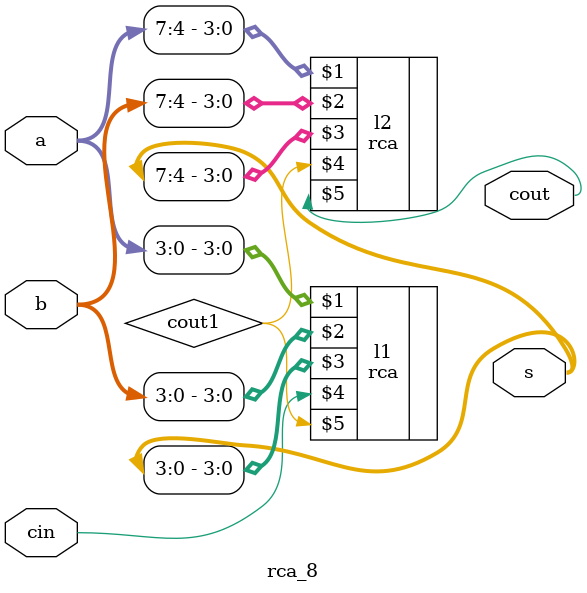
<source format=v>
module rca_8(a,b,s,cin,cout);
input [7:0]a,b;
input cin;
output [7:0]s;
output cout ;
wire cout1;
  
rca l1(a[3:0],b[3:0],s[3:0],cin,cout1);
rca l2(a[7:4],b[7:4],s[7:4],cout1,cout);

endmodule 

</source>
